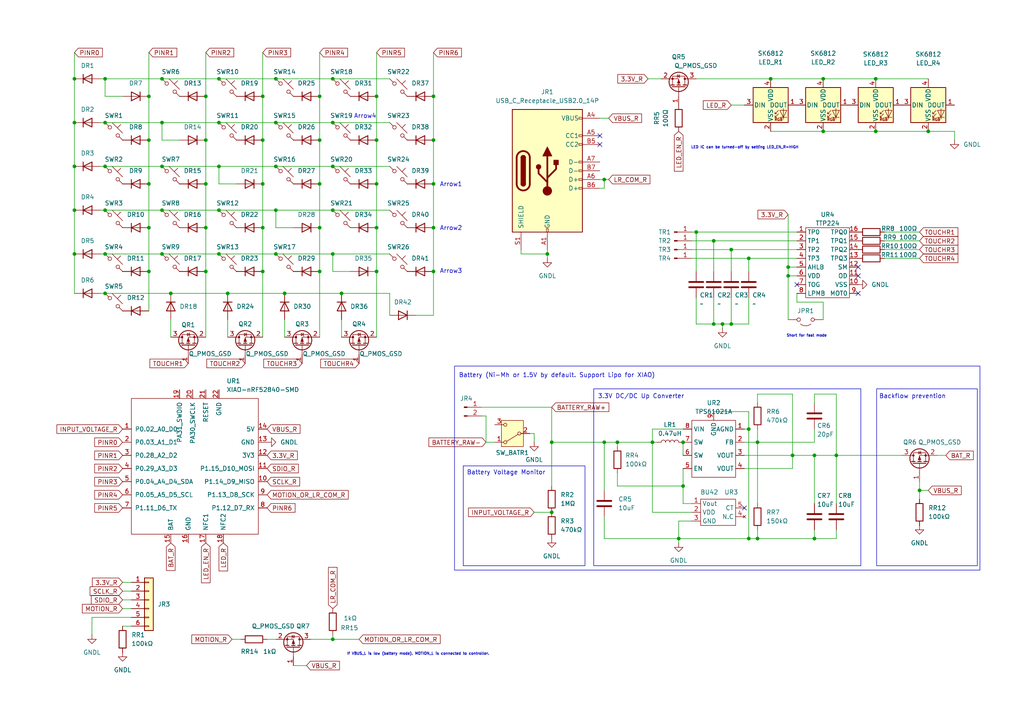
<source format=kicad_sch>
(kicad_sch (version 20231120) (generator "eeschema") (generator_version "8.0")
  (paper "A4")
  (junction (at 212.09 72.39))
  (junction (at 269.24 38.1))
  (junction (at 76.2 66.04))
  (junction (at 66.04 85.09))
  (junction (at 125.73 66.04))
  (junction (at 30.48 48.26))
  (junction (at 43.18 66.04))
  (junction (at 158.75 73.66))
  (junction (at 223.52 22.86))
  (junction (at 219.71 128.27))
  (junction (at 179.07 128.27))
  (junction (at 76.2 27.94))
  (junction (at 198.12 140.97))
  (junction (at 80.01 60.96))
  (junction (at 96.52 73.66))
  (junction (at 219.71 156.21))
  (junction (at 76.2 40.64))
  (junction (at 209.55 93.98))
  (junction (at 43.18 78.74))
  (junction (at 125.73 53.34))
  (junction (at 109.22 66.04))
  (junction (at 175.26 128.27))
  (junction (at 59.69 53.34))
  (junction (at 160.02 128.27))
  (junction (at 21.59 48.26))
  (junction (at 238.76 22.86))
  (junction (at 43.18 53.34))
  (junction (at 125.73 40.64))
  (junction (at 266.7 142.24))
  (junction (at 125.73 27.94))
  (junction (at 76.2 78.74))
  (junction (at 175.26 52.07))
  (junction (at 80.01 48.26))
  (junction (at 92.71 40.64))
  (junction (at 59.69 40.64))
  (junction (at 212.09 93.98))
  (junction (at 96.52 185.42))
  (junction (at 198.12 128.27))
  (junction (at 21.59 22.86))
  (junction (at 160.02 148.59))
  (junction (at 228.6 80.01))
  (junction (at 46.99 35.56))
  (junction (at 254 22.86))
  (junction (at 46.99 60.96))
  (junction (at 80.01 22.86))
  (junction (at 59.69 66.04))
  (junction (at 63.5 48.26))
  (junction (at 254 38.1))
  (junction (at 43.18 27.94))
  (junction (at 207.01 93.98))
  (junction (at 59.69 27.94))
  (junction (at 30.48 60.96))
  (junction (at 96.52 22.86))
  (junction (at 82.55 85.09))
  (junction (at 59.69 78.74))
  (junction (at 109.22 53.34))
  (junction (at 109.22 27.94))
  (junction (at 242.57 132.08))
  (junction (at 99.06 85.09))
  (junction (at 207.01 69.85))
  (junction (at 46.99 48.26))
  (junction (at 92.71 78.74))
  (junction (at 43.18 40.64))
  (junction (at 92.71 66.04))
  (junction (at 30.48 85.09))
  (junction (at 201.93 67.31))
  (junction (at 21.59 73.66))
  (junction (at 63.5 22.86))
  (junction (at 109.22 78.74))
  (junction (at 125.73 78.74))
  (junction (at 96.52 60.96))
  (junction (at 76.2 53.34))
  (junction (at 63.5 60.96))
  (junction (at 236.22 132.08))
  (junction (at 46.99 22.86))
  (junction (at 30.48 22.86))
  (junction (at 80.01 73.66))
  (junction (at 236.22 156.21))
  (junction (at 217.17 124.46))
  (junction (at 63.5 35.56))
  (junction (at 92.71 27.94))
  (junction (at 49.53 85.09))
  (junction (at 228.6 77.47))
  (junction (at 30.48 73.66))
  (junction (at 189.23 128.27))
  (junction (at 63.5 73.66))
  (junction (at 196.85 156.21))
  (junction (at 109.22 40.64))
  (junction (at 238.76 38.1))
  (junction (at 217.17 156.21))
  (junction (at 92.71 53.34))
  (junction (at 229.87 132.08))
  (junction (at 96.52 48.26))
  (junction (at 217.17 74.93))
  (junction (at 21.59 35.56))
  (junction (at 80.01 35.56))
  (junction (at 46.99 73.66))
  (junction (at 96.52 35.56))
  (junction (at 30.48 35.56))
  (junction (at 21.59 60.96))
  (no_connect (at 173.99 39.37))
  (no_connect (at 248.92 80.01))
  (no_connect (at 248.92 85.09))
  (no_connect (at 231.14 82.55))
  (no_connect (at 248.92 77.47))
  (no_connect (at 173.99 41.91))
  (no_connect (at 215.9 147.32))
  (bus_entry (at 577.85 109.22) (size 2.54 2.54))
  (wire (pts (xy 198.12 124.46) (xy 189.23 124.46)))
  (wire (pts (xy 256.54 72.39) (xy 266.7 72.39)))
  (wire (pts (xy 198.12 135.89) (xy 198.12 140.97)))
  (wire (pts (xy 207.01 86.36) (xy 207.01 93.98)))
  (wire (pts (xy 109.22 53.34) (xy 109.22 66.04)))
  (wire (pts (xy 179.07 128.27) (xy 189.23 128.27)))
  (wire (pts (xy 175.26 156.21) (xy 196.85 156.21)))
  (wire (pts (xy 59.69 66.04) (xy 59.69 78.74)))
  (wire (pts (xy 219.71 156.21) (xy 236.22 156.21)))
  (wire (pts (xy 219.71 146.05) (xy 219.71 128.27)))
  (wire (pts (xy 200.66 67.31) (xy 201.93 67.31)))
  (wire (pts (xy 46.99 40.64) (xy 46.99 35.56)))
  (wire (pts (xy 154.94 148.59) (xy 160.02 148.59)))
  (wire (pts (xy 30.48 48.26) (xy 29.21 48.26)))
  (wire (pts (xy 38.1 176.53) (xy 35.56 176.53)))
  (wire (pts (xy 154.94 125.73) (xy 154.94 128.27)))
  (wire (pts (xy 76.2 15.24) (xy 76.2 27.94)))
  (wire (pts (xy 269.24 142.24) (xy 266.7 142.24)))
  (wire (pts (xy 229.87 132.08) (xy 236.22 132.08)))
  (wire (pts (xy 125.73 66.04) (xy 125.73 78.74)))
  (wire (pts (xy 242.57 114.3) (xy 242.57 132.08)))
  (wire (pts (xy 229.87 114.3) (xy 229.87 132.08)))
  (wire (pts (xy 219.71 114.3) (xy 229.87 114.3)))
  (wire (pts (xy 200.66 72.39) (xy 212.09 72.39)))
  (wire (pts (xy 160.02 128.27) (xy 175.26 128.27)))
  (wire (pts (xy 158.75 74.93) (xy 158.75 73.66)))
  (wire (pts (xy 59.69 27.94) (xy 59.69 40.64)))
  (wire (pts (xy 82.55 85.09) (xy 99.06 85.09)))
  (wire (pts (xy 21.59 22.86) (xy 21.59 35.56)))
  (wire (pts (xy 242.57 132.08) (xy 242.57 146.05)))
  (wire (pts (xy 201.93 22.86) (xy 223.52 22.86)))
  (wire (pts (xy 120.65 91.44) (xy 125.73 91.44)))
  (wire (pts (xy 30.48 73.66) (xy 46.99 73.66)))
  (wire (pts (xy 242.57 132.08) (xy 261.62 132.08)))
  (wire (pts (xy 92.71 66.04) (xy 92.71 78.74)))
  (wire (pts (xy 215.9 124.46) (xy 217.17 124.46)))
  (wire (pts (xy 176.53 52.07) (xy 175.26 52.07)))
  (wire (pts (xy 266.7 139.7) (xy 266.7 142.24)))
  (wire (pts (xy 217.17 86.36) (xy 217.17 93.98)))
  (wire (pts (xy 212.09 30.48) (xy 215.9 30.48)))
  (wire (pts (xy 66.04 85.09) (xy 82.55 85.09)))
  (wire (pts (xy 46.99 22.86) (xy 63.5 22.86)))
  (wire (pts (xy 21.59 35.56) (xy 21.59 48.26)))
  (wire (pts (xy 219.71 153.67) (xy 219.71 156.21)))
  (wire (pts (xy 276.86 40.64) (xy 276.86 38.1)))
  (wire (pts (xy 209.55 93.98) (xy 209.55 95.25)))
  (wire (pts (xy 212.09 72.39) (xy 231.14 72.39)))
  (wire (pts (xy 153.67 125.73) (xy 154.94 125.73)))
  (wire (pts (xy 80.01 73.66) (xy 96.52 73.66)))
  (wire (pts (xy 228.6 80.01) (xy 231.14 80.01)))
  (wire (pts (xy 35.56 181.61) (xy 38.1 181.61)))
  (wire (pts (xy 217.17 156.21) (xy 196.85 156.21)))
  (wire (pts (xy 207.01 69.85) (xy 231.14 69.85)))
  (wire (pts (xy 175.26 54.61) (xy 175.26 52.07)))
  (wire (pts (xy 38.1 171.45) (xy 35.56 171.45)))
  (wire (pts (xy 196.85 151.13) (xy 196.85 156.21)))
  (wire (pts (xy 30.48 27.94) (xy 30.48 22.86)))
  (wire (pts (xy 223.52 22.86) (xy 238.76 22.86)))
  (wire (pts (xy 92.71 15.24) (xy 92.71 27.94)))
  (wire (pts (xy 229.87 135.89) (xy 229.87 132.08)))
  (wire (pts (xy 85.09 66.04) (xy 80.01 66.04)))
  (wire (pts (xy 236.22 114.3) (xy 236.22 116.84)))
  (wire (pts (xy 69.85 185.42) (xy 67.31 185.42)))
  (wire (pts (xy 80.01 60.96) (xy 96.52 60.96)))
  (wire (pts (xy 92.71 27.94) (xy 92.71 40.64)))
  (wire (pts (xy 238.76 22.86) (xy 254 22.86)))
  (wire (pts (xy 242.57 156.21) (xy 236.22 156.21)))
  (wire (pts (xy 212.09 72.39) (xy 212.09 78.74)))
  (wire (pts (xy 200.66 74.93) (xy 217.17 74.93)))
  (wire (pts (xy 80.01 35.56) (xy 96.52 35.56)))
  (wire (pts (xy 217.17 119.38) (xy 207.01 119.38)))
  (wire (pts (xy 96.52 35.56) (xy 113.03 35.56)))
  (wire (pts (xy 187.96 22.86) (xy 191.77 22.86)))
  (wire (pts (xy 140.97 120.65) (xy 139.7 120.65)))
  (wire (pts (xy 96.52 185.42) (xy 104.14 185.42)))
  (wire (pts (xy 30.48 48.26) (xy 46.99 48.26)))
  (wire (pts (xy 228.6 77.47) (xy 228.6 80.01)))
  (wire (pts (xy 179.07 137.16) (xy 179.07 140.97)))
  (wire (pts (xy 125.73 27.94) (xy 125.73 40.64)))
  (wire (pts (xy 109.22 40.64) (xy 109.22 53.34)))
  (wire (pts (xy 179.07 140.97) (xy 198.12 140.97)))
  (wire (pts (xy 173.99 54.61) (xy 175.26 54.61)))
  (wire (pts (xy 140.97 128.27) (xy 143.51 128.27)))
  (wire (pts (xy 254 38.1) (xy 269.24 38.1)))
  (wire (pts (xy 198.12 146.05) (xy 200.66 146.05)))
  (wire (pts (xy 21.59 48.26) (xy 21.59 60.96)))
  (wire (pts (xy 63.5 53.34) (xy 63.5 48.26)))
  (wire (pts (xy 59.69 15.24) (xy 59.69 27.94)))
  (wire (pts (xy 125.73 15.24) (xy 125.73 27.94)))
  (wire (pts (xy 26.67 179.07) (xy 38.1 179.07)))
  (wire (pts (xy 160.02 128.27) (xy 160.02 140.97)))
  (wire (pts (xy 76.2 78.74) (xy 76.2 97.79)))
  (wire (pts (xy 76.2 53.34) (xy 76.2 66.04)))
  (wire (pts (xy 228.6 80.01) (xy 228.6 92.71)))
  (wire (pts (xy 256.54 74.93) (xy 266.7 74.93)))
  (wire (pts (xy 217.17 74.93) (xy 217.17 78.74)))
  (wire (pts (xy 276.86 38.1) (xy 269.24 38.1)))
  (wire (pts (xy 63.5 48.26) (xy 80.01 48.26)))
  (wire (pts (xy 175.26 52.07) (xy 173.99 52.07)))
  (wire (pts (xy 217.17 124.46) (xy 217.17 119.38)))
  (wire (pts (xy 63.5 60.96) (xy 80.01 60.96)))
  (wire (pts (xy 238.76 87.63) (xy 238.76 92.71)))
  (wire (pts (xy 30.48 22.86) (xy 29.21 22.86)))
  (wire (pts (xy 96.52 60.96) (xy 113.03 60.96)))
  (wire (pts (xy 80.01 66.04) (xy 80.01 60.96)))
  (wire (pts (xy 151.13 72.39) (xy 151.13 73.66)))
  (wire (pts (xy 215.9 135.89) (xy 229.87 135.89)))
  (wire (pts (xy 76.2 66.04) (xy 76.2 78.74)))
  (wire (pts (xy 46.99 48.26) (xy 63.5 48.26)))
  (wire (pts (xy 29.21 35.56) (xy 30.48 35.56)))
  (wire (pts (xy 242.57 114.3) (xy 236.22 114.3)))
  (wire (pts (xy 96.52 73.66) (xy 113.03 73.66)))
  (wire (pts (xy 59.69 53.34) (xy 59.69 66.04)))
  (wire (pts (xy 125.73 91.44) (xy 125.73 78.74)))
  (wire (pts (xy 30.48 27.94) (xy 35.56 27.94)))
  (wire (pts (xy 201.93 67.31) (xy 231.14 67.31)))
  (wire (pts (xy 96.52 48.26) (xy 113.03 48.26)))
  (wire (pts (xy 236.22 132.08) (xy 242.57 132.08)))
  (wire (pts (xy 68.58 53.34) (xy 63.5 53.34)))
  (wire (pts (xy 96.52 184.15) (xy 96.52 185.42)))
  (wire (pts (xy 231.14 85.09) (xy 231.14 87.63)))
  (wire (pts (xy 29.21 85.09) (xy 30.48 85.09)))
  (wire (pts (xy 201.93 67.31) (xy 201.93 78.74)))
  (wire (pts (xy 29.21 73.66) (xy 30.48 73.66)))
  (wire (pts (xy 228.6 62.23) (xy 228.6 77.47)))
  (wire (pts (xy 109.22 66.04) (xy 109.22 78.74)))
  (wire (pts (xy 38.1 168.91) (xy 35.56 168.91)))
  (wire (pts (xy 207.01 93.98) (xy 209.55 93.98)))
  (wire (pts (xy 113.03 85.09) (xy 99.06 85.09)))
  (wire (pts (xy 189.23 128.27) (xy 190.5 128.27)))
  (wire (pts (xy 125.73 53.34) (xy 125.73 66.04)))
  (wire (pts (xy 43.18 15.24) (xy 43.18 27.94)))
  (wire (pts (xy 109.22 15.24) (xy 109.22 27.94)))
  (wire (pts (xy 21.59 15.24) (xy 21.59 22.86)))
  (wire (pts (xy 231.14 77.47) (xy 228.6 77.47)))
  (wire (pts (xy 76.2 40.64) (xy 76.2 53.34)))
  (wire (pts (xy 92.71 40.64) (xy 92.71 53.34)))
  (wire (pts (xy 266.7 142.24) (xy 266.7 144.78)))
  (wire (pts (xy 99.06 92.71) (xy 99.06 97.79)))
  (wire (pts (xy 189.23 128.27) (xy 189.23 148.59)))
  (wire (pts (xy 88.9 193.04) (xy 85.09 193.04)))
  (wire (pts (xy 80.01 22.86) (xy 96.52 22.86)))
  (wire (pts (xy 46.99 73.66) (xy 63.5 73.66)))
  (wire (pts (xy 21.59 60.96) (xy 21.59 73.66)))
  (wire (pts (xy 49.53 92.71) (xy 49.53 97.79)))
  (wire (pts (xy 215.9 128.27) (xy 219.71 128.27)))
  (wire (pts (xy 30.48 85.09) (xy 49.53 85.09)))
  (wire (pts (xy 236.22 132.08) (xy 236.22 146.05)))
  (wire (pts (xy 219.71 128.27) (xy 236.22 128.27)))
  (wire (pts (xy 140.97 120.65) (xy 140.97 128.27)))
  (wire (pts (xy 76.2 27.94) (xy 76.2 40.64)))
  (wire (pts (xy 63.5 22.86) (xy 80.01 22.86)))
  (wire (pts (xy 30.48 22.86) (xy 46.99 22.86)))
  (wire (pts (xy 231.14 87.63) (xy 238.76 87.63)))
  (wire (pts (xy 254 22.86) (xy 269.24 22.86)))
  (wire (pts (xy 160.02 118.11) (xy 160.02 128.27)))
  (wire (pts (xy 238.76 38.1) (xy 254 38.1)))
  (wire (pts (xy 212.09 93.98) (xy 209.55 93.98)))
  (wire (pts (xy 217.17 74.93) (xy 231.14 74.93)))
  (wire (pts (xy 63.5 35.56) (xy 80.01 35.56)))
  (wire (pts (xy 92.71 78.74) (xy 92.71 97.79)))
  (wire (pts (xy 125.73 40.64) (xy 125.73 53.34)))
  (wire (pts (xy 26.67 179.07) (xy 26.67 184.15)))
  (wire (pts (xy 151.13 73.66) (xy 158.75 73.66)))
  (wire (pts (xy 46.99 60.96) (xy 63.5 60.96)))
  (wire (pts (xy 266.7 69.85) (xy 256.54 69.85)))
  (wire (pts (xy 175.26 149.86) (xy 175.26 156.21)))
  (wire (pts (xy 236.22 156.21) (xy 236.22 153.67)))
  (wire (pts (xy 30.48 35.56) (xy 46.99 35.56)))
  (wire (pts (xy 201.93 86.36) (xy 201.93 93.98)))
  (wire (pts (xy 242.57 153.67) (xy 242.57 156.21)))
  (wire (pts (xy 59.69 40.64) (xy 59.69 53.34)))
  (wire (pts (xy 175.26 128.27) (xy 179.07 128.27)))
  (wire (pts (xy 21.59 73.66) (xy 21.59 85.09)))
  (wire (pts (xy 49.53 85.09) (xy 66.04 85.09)))
  (wire (pts (xy 38.1 173.99) (xy 35.56 173.99)))
  (wire (pts (xy 66.04 92.71) (xy 66.04 97.79)))
  (wire (pts (xy 217.17 93.98) (xy 212.09 93.98)))
  (wire (pts (xy 219.71 124.46) (xy 219.71 128.27)))
  (wire (pts (xy 196.85 151.13) (xy 200.66 151.13)))
  (wire (pts (xy 215.9 132.08) (xy 229.87 132.08)))
  (wire (pts (xy 219.71 114.3) (xy 219.71 116.84)))
  (wire (pts (xy 200.66 69.85) (xy 207.01 69.85)))
  (wire (pts (xy 219.71 156.21) (xy 217.17 156.21)))
  (wire (pts (xy 189.23 124.46) (xy 189.23 128.27)))
  (wire (pts (xy 43.18 66.04) (xy 43.18 78.74)))
  (wire (pts (xy 256.54 67.31) (xy 266.7 67.31)))
  (wire (pts (xy 46.99 35.56) (xy 63.5 35.56)))
  (wire (pts (xy 139.7 118.11) (xy 160.02 118.11)))
  (wire (pts (xy 200.66 148.59) (xy 189.23 148.59)))
  (wire (pts (xy 92.71 53.34) (xy 92.71 66.04)))
  (wire (pts (xy 52.07 40.64) (xy 46.99 40.64)))
  (wire (pts (xy 158.75 73.66) (xy 158.75 72.39)))
  (wire (pts (xy 43.18 40.64) (xy 43.18 53.34)))
  (wire (pts (xy 82.55 92.71) (xy 82.55 97.79)))
  (wire (pts (xy 113.03 91.44) (xy 113.03 85.09)))
  (wire (pts (xy 109.22 27.94) (xy 109.22 40.64)))
  (wire (pts (xy 77.47 185.42) (xy 80.01 185.42)))
  (wire (pts (xy 30.48 60.96) (xy 46.99 60.96)))
  (wire (pts (xy 59.69 78.74) (xy 59.69 97.79)))
  (wire (pts (xy 271.78 132.08) (xy 274.32 132.08)))
  (wire (pts (xy 96.52 78.74) (xy 101.6 78.74)))
  (wire (pts (xy 80.01 48.26) (xy 96.52 48.26)))
  (wire (pts (xy 217.17 124.46) (xy 217.17 156.21)))
  (wire (pts (xy 207.01 69.85) (xy 207.01 78.74)))
  (wire (pts (xy 201.93 93.98) (xy 207.01 93.98)))
  (wire (pts (xy 43.18 27.94) (xy 43.18 40.64)))
  (wire (pts (xy 90.17 185.42) (xy 96.52 185.42)))
  (wire (pts (xy 175.26 128.27) (xy 175.26 142.24)))
  (wire (pts (xy 96.52 22.86) (xy 113.03 22.86)))
  (wire (pts (xy 63.5 73.66) (xy 80.01 73.66)))
  (wire (pts (xy 176.53 34.29) (xy 173.99 34.29)))
  (wire (pts (xy 96.52 73.66) (xy 96.52 78.74)))
  (wire (pts (xy 43.18 53.34) (xy 43.18 66.04)))
  (wire (pts (xy 179.07 129.54) (xy 179.07 128.27)))
  (wire (pts (xy 223.52 38.1) (xy 238.76 38.1)))
  (wire (pts (xy 236.22 128.27) (xy 236.22 124.46)))
  (wire (pts (xy 43.18 78.74) (xy 43.18 90.17)))
  (wire (pts (xy 196.85 156.21) (xy 196.85 157.48)))
  (wire (pts (xy 109.22 78.74) (xy 109.22 97.79)))
  (wire (pts (xy 212.09 86.36) (xy 212.09 93.98)))
  (wire (pts (xy 198.12 140.97) (xy 198.12 146.05)))
  (wire (pts (xy 198.12 128.27) (xy 198.12 132.08)))
  (wire (pts (xy 29.21 60.96) (xy 30.48 60.96)))
  (rectangle (start 134.366 135.128) (end 169.672 164.084))
  (rectangle (start 254.254 112.776) (end 283.464 164.084))
  (rectangle (start 131.826 106.172) (end 284.226 165.354))
  (rectangle (start 172.212 112.776) (end 249.682 164.084))
  (text "If VBUS_L is low (battery mode), MOTION_L is connected to controller." (at 100.584 189.738 0) (effects (font (size 0.762 0.762)) (justify left)))
  (text "Battery (Ni-Mh or 1.5V by default. Support Lipo for XIAO)" (at 161.544 108.966 0) (effects (font (size 1.27 1.27))))
  (text "Arrow1" (at 130.81 53.594 0) (effects (font (size 1.27 1.27))))
  (text "Short for fast mode" (at 228.092 97.028 0) (effects (font (size 0.762 0.762)) (justify left top)))
  (text "Arrow4" (at 105.918 33.782 0) (effects (font (size 1.27 1.27))))
  (text "3.3V DC/DC Up Converter" (at 185.928 115.062 0) (effects (font (size 1.27 1.27))))
  (text "Arrow2" (at 130.81 66.294 0) (effects (font (size 1.27 1.27))))
  (text "Backflow prevention" (at 264.668 115.062 0) (effects (font (size 1.27 1.27))))
  (text "LED IC can be turned-off by setting LED_EN_R=HIGH" (at 200.406 42.418 0) (effects (font (size 0.762 0.762)) (justify left top)))
  (text "Battery Voltage Monitor" (at 146.812 137.16 0) (effects (font (size 1.27 1.27))))
  (text "Arrow3" (at 130.81 78.74 0) (effects (font (size 1.27 1.27))))
  (global_label "3.3V_R" (shape input) (at 35.56 168.91 180) (property "Intersheetrefs" "${INTERSHEET_REFS}" (effects (hide yes))))
  (global_label "TOUCHR3" (shape input) (at 87.63 105.41 180) (property "Intersheetrefs" "${INTERSHEET_REFS}" (effects (hide yes))))
  (global_label "TOUCHR4" (shape input) (at 266.7 74.93 0) (property "Intersheetrefs" "${INTERSHEET_REFS}" (effects (hide yes))))
  (global_label "TOUCHR1" (shape input) (at 54.61 105.41 180) (property "Intersheetrefs" "${INTERSHEET_REFS}" (effects (hide yes))))
  (global_label "SDIO_R" (shape input) (at 35.56 173.99 180) (property "Intersheetrefs" "${INTERSHEET_REFS}" (effects (hide yes))))
  (global_label "PINR5" (shape input) (at 35.56 147.32 180) (property "Intersheetrefs" "${INTERSHEET_REFS}" (effects (hide yes))))
  (global_label "MOTION_OR_LR_COM_R" (shape input) (at 104.14 185.42 0) (property "Intersheetrefs" "${INTERSHEET_REFS}" (effects (hide yes))))
  (global_label "LR_COM_R" (shape input) (at 176.53 52.07 0) (property "Intersheetrefs" "${INTERSHEET_REFS}" (effects (hide yes))))
  (global_label "BATTERY_RAW-" (shape input) (at 140.97 128.27 180) (property "Intersheetrefs" "${INTERSHEET_REFS}" (effects (hide yes))))
  (global_label "TOUCHR2" (shape input) (at 71.12 105.41 180) (property "Intersheetrefs" "${INTERSHEET_REFS}" (effects (hide yes))))
  (global_label "MOTION_R" (shape input) (at 35.56 176.53 180) (property "Intersheetrefs" "${INTERSHEET_REFS}" (effects (hide yes))))
  (global_label "TOUCHR3" (shape input) (at 266.7 72.39 0) (property "Intersheetrefs" "${INTERSHEET_REFS}" (effects (hide yes))))
  (global_label "VBUS_R" (shape input) (at 77.47 124.46 0) (property "Intersheetrefs" "${INTERSHEET_REFS}" (effects (hide yes))))
  (global_label "PINR3" (shape input) (at 76.2 15.24 0) (property "Intersheetrefs" "${INTERSHEET_REFS}" (effects (hide yes))))
  (global_label "SCLK_R" (shape input) (at 77.47 139.7 0) (property "Intersheetrefs" "${INTERSHEET_REFS}" (effects (hide yes))))
  (global_label "PINR5" (shape input) (at 109.22 15.24 0) (property "Intersheetrefs" "${INTERSHEET_REFS}" (effects (hide yes))))
  (global_label "BATTERY_RAW+" (shape input) (at 160.02 118.11 0) (property "Intersheetrefs" "${INTERSHEET_REFS}" (effects (hide yes))))
  (global_label "3.3V_R" (shape input) (at 228.6 62.23 180) (property "Intersheetrefs" "${INTERSHEET_REFS}" (effects (hide yes))))
  (global_label "LR_COM_R" (shape input) (at 96.52 176.53 90) (property "Intersheetrefs" "${INTERSHEET_REFS}" (effects (hide yes))))
  (global_label "3.3V_R" (shape input) (at 77.47 132.08 0) (property "Intersheetrefs" "${INTERSHEET_REFS}" (effects (hide yes))))
  (global_label "LED_EN_R" (shape input) (at 196.85 38.1 270) (property "Intersheetrefs" "${INTERSHEET_REFS}" (effects (hide yes))))
  (global_label "PINR0" (shape input) (at 35.56 128.27 180) (property "Intersheetrefs" "${INTERSHEET_REFS}" (effects (hide yes))))
  (global_label "LED_EN_R" (shape input) (at 59.69 157.48 270) (property "Intersheetrefs" "${INTERSHEET_REFS}" (effects (hide yes))))
  (global_label "SDIO_R" (shape input) (at 77.47 135.89 0) (property "Intersheetrefs" "${INTERSHEET_REFS}" (effects (hide yes))))
  (global_label "PINR0" (shape input) (at 21.59 15.24 0) (property "Intersheetrefs" "${INTERSHEET_REFS}" (effects (hide yes))))
  (global_label "PINR6" (shape input) (at 125.73 15.24 0) (property "Intersheetrefs" "${INTERSHEET_REFS}" (effects (hide yes))))
  (global_label "INPUT_VOLTAGE_R" (shape input) (at 35.56 124.46 180) (property "Intersheetrefs" "${INTERSHEET_REFS}" (effects (hide yes))))
  (global_label "MOTION_R" (shape input) (at 67.31 185.42 180) (property "Intersheetrefs" "${INTERSHEET_REFS}" (effects (hide yes))))
  (global_label "SCLK_R" (shape input) (at 35.56 171.45 180) (property "Intersheetrefs" "${INTERSHEET_REFS}" (effects (hide yes))))
  (global_label "TOUCHR4" (shape input) (at 104.14 105.41 180) (property "Intersheetrefs" "${INTERSHEET_REFS}" (effects (hide yes))))
  (global_label "BAT_R" (shape input) (at 274.32 132.08 0) (property "Intersheetrefs" "${INTERSHEET_REFS}" (effects (hide yes))))
  (global_label "TOUCHR1" (shape input) (at 266.7 67.31 0) (property "Intersheetrefs" "${INTERSHEET_REFS}" (effects (hide yes))))
  (global_label "VBUS_R" (shape input) (at 269.24 142.24 0) (property "Intersheetrefs" "${INTERSHEET_REFS}" (effects (hide yes))))
  (global_label "BAT_R" (shape input) (at 49.53 157.48 270) (property "Intersheetrefs" "${INTERSHEET_REFS}" (effects (hide yes))))
  (global_label "3.3V_R" (shape input) (at 187.96 22.86 180) (property "Intersheetrefs" "${INTERSHEET_REFS}" (effects (hide yes))))
  (global_label "MOTION_OR_LR_COM_R" (shape input) (at 77.47 143.51 0) (property "Intersheetrefs" "${INTERSHEET_REFS}" (effects (hide yes))))
  (global_label "PINR6" (shape input) (at 77.47 147.32 0) (property "Intersheetrefs" "${INTERSHEET_REFS}" (effects (hide yes))))
  (global_label "VBUS_R" (shape input) (at 176.53 34.29 0) (property "Intersheetrefs" "${INTERSHEET_REFS}" (effects (hide yes))))
  (global_label "VBUS_R" (shape input) (at 88.9 193.04 0) (property "Intersheetrefs" "${INTERSHEET_REFS}" (effects (hide yes))))
  (global_label "TOUCHR2" (shape input) (at 266.7 69.85 0) (property "Intersheetrefs" "${INTERSHEET_REFS}" (effects (hide yes))))
  (global_label "PINR1" (shape input) (at 35.56 132.08 180) (property "Intersheetrefs" "${INTERSHEET_REFS}" (effects (hide yes))))
  (global_label "PINR4" (shape input) (at 92.71 15.24 0) (property "Intersheetrefs" "${INTERSHEET_REFS}" (effects (hide yes))))
  (global_label "PINR4" (shape input) (at 35.56 143.51 180) (property "Intersheetrefs" "${INTERSHEET_REFS}" (effects (hide yes))))
  (global_label "INPUT_VOLTAGE_R" (shape input) (at 154.94 148.59 180) (property "Intersheetrefs" "${INTERSHEET_REFS}" (effects (hide yes))))
  (global_label "PINR1" (shape input) (at 43.18 15.24 0) (property "Intersheetrefs" "${INTERSHEET_REFS}" (effects (hide yes))))
  (global_label "LED_R" (shape input) (at 212.09 30.48 180) (property "Intersheetrefs" "${INTERSHEET_REFS}" (effects (hide yes))))
  (global_label "LED_R" (shape input) (at 64.77 157.48 270) (property "Intersheetrefs" "${INTERSHEET_REFS}" (effects (hide yes))))
  (global_label "PINR2" (shape input) (at 35.56 135.89 180) (property "Intersheetrefs" "${INTERSHEET_REFS}" (effects (hide yes))))
  (global_label "PINR3" (shape input) (at 35.56 139.7 180) (property "Intersheetrefs" "${INTERSHEET_REFS}" (effects (hide yes))))
  (global_label "PINR2" (shape input) (at 59.69 15.24 0) (property "Intersheetrefs" "${INTERSHEET_REFS}" (effects (hide yes))))
  (symbol (lib_id "Connector:Conn_01x01_Pin") (at 195.58 69.85 0) (unit 1)
    (property "Reference" "TR2" (at 192.786 69.85 0))
    (property "Value" "Conn_01x01_Pin" (effects (hide yes)))
    (property "Footprint" "MountingHole:MountingHole_2.2mm_M2_Pad" (effects (hide yes)))
    (property "Description" "Generic connector, single row, 01x01, script generated" (effects (hide yes)))
  )
  (symbol (lib_id "Switch:SW_SPDT") (at 148.59 125.73 180) (unit 1)
    (property "Reference" "SW_BATR1" (at 148.59 131.318 0))
    (property "Value" "SW_SPDT" (effects (hide yes)))
    (property "Footprint" "0_kbd_Parts:TGSW_MSK-12D19" (effects (hide yes)))
    (property "Description" "Switch, single pole double throw" (effects (hide yes)))
  )
  (symbol (lib_id "Device:C") (at 175.26 146.05 0) (unit 1)
    (property "Reference" "CR5" (at 179.324 144.78 0) (effects (justify left)))
    (property "Value" "10uF" (at 179.324 147.32 0) (effects (justify left)))
    (property "Footprint" "Capacitor_SMD:C_0805_2012Metric" (effects (hide yes)))
    (property "Description" "Unpolarized capacitor" (effects (hide yes)))
    (property "LCSC" "C15850" (effects (hide yes)))
  )
  (symbol (lib_id "Device:D") (at 88.9 53.34 0) (unit 1)
    (property "Reference" "DR27" (at 88.9 49.53 0))
    (property "Value" "D" (effects (hide yes)))
    (property "Footprint" "Diode_SMD:D_SOD-123" (effects (hide yes)))
    (property "Description" "Diode" (effects (hide yes)))
    (property "Sim.Device" "D" (effects (hide yes)))
    (property "Sim.Pins" "1=K 2=A" (effects (hide yes)))
    (property "LCSC" "C81598" (effects (hide yes)))
  )
  (symbol (lib_id "Device:C") (at 201.93 82.55 0) (unit 1)
    (property "Reference" "CR1" (at 202.946 85.598 0) (effects (justify left)))
    (property "Value" "~" (at 202.946 88.138 0) (effects (justify left)))
    (property "Footprint" "Capacitor_SMD:C_0805_2012Metric" (effects (hide yes)))
    (property "Description" "Unpolarized capacitor" (effects (hide yes)))
  )
  (symbol (lib_id "Connector:Conn_01x01_Pin") (at 195.58 74.93 0) (unit 1)
    (property "Reference" "TR4" (at 192.786 74.93 0))
    (property "Value" "Conn_01x01_Pin" (effects (hide yes)))
    (property "Footprint" "Connector_Wire:SolderWirePad_1x01_SMD_1x2mm" (effects (hide yes)))
    (property "Description" "Generic connector, single row, 01x01, script generated" (effects (hide yes)))
  )
  (symbol (lib_id "Switch:SW_Push_45deg") (at 49.53 50.8 0) (unit 1)
    (property "Reference" "SWR7" (at 49.53 46.228 0))
    (property "Value" "SW_Push_45deg" (effects (hide yes)))
    (property "Footprint" "0_dya-kbd:Kailh-PG1353-Hotswap-1U" (effects (hide yes)))
    (property "Description" "Push button switch, normally open, two pins, 45° tilted" (effects (hide yes)))
    (property "LCSC" "C5333465" (effects (hide yes)))
  )
  (symbol (lib_id "Connector_Generic:Conn_01x06") (at 43.18 173.99 0) (unit 1)
    (property "Reference" "JR3" (at 45.72 175.2599 0) (effects (justify left)))
    (property "Value" "Conn_01x04" (effects (hide yes)))
    (property "Footprint" "0_dya-kbd:JUSHUO-AFH34-S06FIA-1H" (effects (hide yes)))
    (property "Description" "Generic connector, single row, 01x06, script generated (kicad-library-utils/schlib/autogen/connector/)" (effects (hide yes)))
    (property "LCSC" "C5139821" (effects (hide yes)))
  )
  (symbol (lib_id "Device:D") (at 121.92 66.04 0) (unit 1)
    (property "Reference" "DR40" (at 121.92 62.23 0))
    (property "Value" "D" (effects (hide yes)))
    (property "Footprint" "Diode_SMD:D_SOD-123" (effects (hide yes)))
    (property "Description" "Diode" (effects (hide yes)))
    (property "Sim.Device" "D" (effects (hide yes)))
    (property "Sim.Pins" "1=K 2=A" (effects (hide yes)))
    (property "LCSC" "C81598" (effects (hide yes)))
  )
  (symbol (lib_id "0_dya-kbd:BU42") (at 208.28 148.59 0) (unit 1)
    (property "Reference" "UR3" (at 212.09 142.748 0))
    (property "Value" "BU42" (at 205.74 142.748 0))
    (property "Footprint" "0_dya-kbd:BU42XX" (effects (hide yes)))
    (property "Datasheet" "https://jlcpcb.com/parts/componentSearch?searchTxt=BU4210G-TR" (effects (hide yes)))
    (property "LCSC" "C2066584" (effects (hide yes)))
  )
  (symbol (lib_id "Switch:SW_Push_45deg") (at 33.02 50.8 0) (unit 1)
    (property "Reference" "SWR2" (at 33.02 46.228 0))
    (property "Value" "SW_Push_45deg" (effects (hide yes)))
    (property "Footprint" "0_dya-kbd:Kailh-PG1353-Hotswap-1U" (effects (hide yes)))
    (property "Description" "Push button switch, normally open, two pins, 45° tilted" (effects (hide yes)))
    (property "LCSC" "C5333465" (effects (hide yes)))
  )
  (symbol (lib_id "Jumper:Jumper_2_Open") (at 233.68 92.71 180) (unit 1) (exclude_from_sim yes)
    (property "Reference" "JPR1" (at 233.68 90.17 0))
    (property "Value" "Jumper_2_Open" (effects (hide yes)))
    (property "Footprint" "Jumper:SolderJumper-2_P1.3mm_Open_RoundedPad1.0x1.5mm" (effects (hide yes)))
    (property "Description" "Jumper, 2-pole, open" (effects (hide yes)))
  )
  (symbol (lib_id "Device:R") (at 196.85 34.29 180) (unit 1)
    (property "Reference" "RR5" (at 190.5 34.29 90))
    (property "Value" "100Ω" (at 193.04 34.29 90))
    (property "Footprint" "Resistor_SMD:R_0805_2012Metric" (effects (hide yes)))
    (property "Description" "Resistor" (effects (hide yes)))
    (property "LCSC" "C17408" (effects (hide yes)))
  )
  (symbol (lib_id "Switch:SW_Push_45deg") (at 33.02 63.5 0) (unit 1)
    (property "Reference" "SWR3" (at 33.02 58.928 0))
    (property "Value" "SW_Push_45deg" (effects (hide yes)))
    (property "Footprint" "0_dya-kbd:Kailh-PG1353-Hotswap-1U" (effects (hide yes)))
    (property "Description" "Push button switch, normally open, two pins, 45° tilted" (effects (hide yes)))
    (property "LCSC" "C5333465" (effects (hide yes)))
  )
  (symbol (lib_id "Device:D") (at 39.37 27.94 180) (unit 1)
    (property "Reference" "DR7" (at 39.37 24.13 0))
    (property "Value" "D" (effects (hide yes)))
    (property "Footprint" "Diode_SMD:D_SOD-123" (effects (hide yes)))
    (property "Description" "Diode" (effects (hide yes)))
    (property "Sim.Device" "D" (effects (hide yes)))
    (property "Sim.Pins" "1=K 2=A" (effects (hide yes)))
    (property "LCSC" "C81598" (effects (hide yes)))
  )
  (symbol (lib_id "Device:Q_PMOS_GSD") (at 266.7 134.62 90) (unit 1)
    (property "Reference" "QR6" (at 263.906 128.27 90))
    (property "Value" "Q_PMOS_GSD" (at 272.542 128.27 90))
    (property "Footprint" "Package_TO_SOT_SMD:SOT-23" (effects (hide yes)))
    (property "Description" "P-MOSFET transistor, gate/source/drain" (effects (hide yes)))
    (property "LCSC" "C15127" (effects (hide yes)))
  )
  (symbol (lib_id "power:GND") (at 35.56 189.23 0) (unit 1)
    (property "Reference" "#GNDR012" (effects (hide yes)))
    (property "Value" "GNDL" (at 35.56 194.31 0))
    (property "Description" "Power symbol creates a global label with name \"GND\" , ground" (effects (hide yes)))
  )
  (symbol (lib_id "Device:R") (at 35.56 185.42 180) (unit 1)
    (property "Reference" "RR1" (at 38.1 184.1499 0) (effects (justify right)))
    (property "Value" "100kΩ" (at 38.1 186.6899 0) (effects (justify right)))
    (property "Footprint" "Resistor_SMD:R_0805_2012Metric" (effects (hide yes)))
    (property "Description" "Resistor" (effects (hide yes)))
    (property "LCSC" "C149504" (effects (hide yes)))
  )
  (symbol (lib_id "Device:C") (at 212.09 82.55 0) (unit 1)
    (property "Reference" "CR3" (at 213.106 85.598 0) (effects (justify left)))
    (property "Value" "~" (at 213.106 88.138 0) (effects (justify left)))
    (property "Footprint" "Capacitor_SMD:C_0805_2012Metric" (effects (hide yes)))
    (property "Description" "Unpolarized capacitor" (effects (hide yes)))
  )
  (symbol (lib_id "Device:C") (at 236.22 149.86 0) (unit 1)
    (property "Reference" "CR7" (at 236.982 143.764 0) (effects (justify left)))
    (property "Value" "10uF" (at 236.982 146.304 0) (effects (justify left)))
    (property "Footprint" "Capacitor_SMD:C_0805_2012Metric" (effects (hide yes)))
    (property "Description" "Unpolarized capacitor" (effects (hide yes)))
    (property "LCSC" "C15850" (effects (hide yes)))
  )
  (symbol (lib_id "LED:SK6812MINI") (at 238.76 30.48 0) (unit 1)
    (property "Reference" "LED_R2" (at 238.76 18.034 0))
    (property "Value" "SK6812" (at 238.76 15.494 0))
    (property "Footprint" "0_dya-kbd:LED_SK6812MINI-E_BL" (effects (hide yes)))
    (property "Datasheet" "https://cdn-shop.adafruit.com/product-files/2686/SK6812MINI_REV.01-1-2.pdf" (effects (hide yes)))
    (property "Description" "RGB LED with integrated controller" (effects (hide yes)))
    (property "LCSC" "C5149201" (effects (hide yes)))
  )
  (symbol (lib_id "Device:D") (at 55.88 40.64 180) (unit 1)
    (property "Reference" "DR14" (at 55.88 36.83 0))
    (property "Value" "D" (effects (hide yes)))
    (property "Footprint" "Diode_SMD:D_SOD-123" (effects (hide yes)))
    (property "Description" "Diode" (effects (hide yes)))
    (property "Sim.Device" "D" (effects (hide yes)))
    (property "Sim.Pins" "1=K 2=A" (effects (hide yes)))
    (property "LCSC" "C81598" (effects (hide yes)))
  )
  (symbol (lib_id "Switch:SW_Push_45deg") (at 82.55 50.8 0) (unit 1)
    (property "Reference" "SWR16" (at 82.55 46.228 0))
    (property "Value" "SW_Push_45deg" (effects (hide yes)))
    (property "Footprint" "0_dya-kbd:Kailh-PG1353-Hotswap-1U" (effects (hide yes)))
    (property "Description" "Push button switch, normally open, two pins, 45° tilted" (effects (hide yes)))
    (property "LCSC" "C5333465" (effects (hide yes)))
  )
  (symbol (lib_id "Device:R") (at 266.7 148.59 0) (unit 1)
    (property "Reference" "RR12" (at 269.24 147.3199 0) (effects (justify left)))
    (property "Value" "100kΩ" (at 269.24 149.8599 0) (effects (justify left)))
    (property "Footprint" "Resistor_SMD:R_0805_2012Metric" (effects (hide yes)))
    (property "Description" "Resistor" (effects (hide yes)))
    (property "LCSC" "C149504" (effects (hide yes)))
  )
  (symbol (lib_id "Switch:SW_Push_45deg") (at 82.55 25.4 0) (unit 1)
    (property "Reference" "SWR14" (at 82.55 20.828 0))
    (property "Value" "SW_Push_45deg" (effects (hide yes)))
    (property "Footprint" "0_dya-kbd:Kailh-PG1353-Hotswap-1U" (effects (hide yes)))
    (property "Description" "Push button switch, normally open, two pins, 45° tilted" (effects (hide yes)))
    (property "LCSC" "C5333465" (effects (hide yes)))
  )
  (symbol (lib_id "Device:R") (at 252.73 72.39 270) (unit 1)
    (property "Reference" "RR10" (at 258.064 71.374 90))
    (property "Value" "100Ω" (at 263.398 71.374 90))
    (property "Footprint" "Resistor_SMD:R_0805_2012Metric" (effects (hide yes)))
    (property "Description" "Resistor" (effects (hide yes)))
    (property "LCSC" "C17408" (effects (hide yes)))
  )
  (symbol (lib_id "Connector:Conn_01x01_Pin") (at 195.58 67.31 0) (unit 1)
    (property "Reference" "TR1" (at 192.786 67.31 0))
    (property "Value" "Conn_01x01_Pin" (effects (hide yes)))
    (property "Footprint" "MountingHole:MountingHole_2.2mm_M2_Pad" (effects (hide yes)))
    (property "Description" "Generic connector, single row, 01x01, script generated" (effects (hide yes)))
  )
  (symbol (lib_id "Device:D") (at 105.41 78.74 180) (unit 1)
    (property "Reference" "DR35" (at 105.41 74.93 0))
    (property "Value" "D" (effects (hide yes)))
    (property "Footprint" "Diode_SMD:D_SOD-123" (effects (hide yes)))
    (property "Description" "Diode" (effects (hide yes)))
    (property "Sim.Device" "D" (effects (hide yes)))
    (property "Sim.Pins" "1=K 2=A" (effects (hide yes)))
    (property "LCSC" "C81598" (effects (hide yes)))
  )
  (symbol (lib_id "Switch:SW_Push_45deg") (at 115.57 50.8 0) (unit 1)
    (property "Reference" "SWR24" (at 115.57 46.228 0))
    (property "Value" "SW_Push_45deg" (effects (hide yes)))
    (property "Footprint" "0_dya-kbd:Soft-sw-push-C4817" (effects (hide yes)))
    (property "Description" "Push button switch, normally open, two pins, 45° tilted" (effects (hide yes)))
  )
  (symbol (lib_id "power:GND") (at 276.86 40.64 0) (unit 1)
    (property "Reference" "#GNDR09" (effects (hide yes)))
    (property "Value" "GNDL" (at 279.4 41.9099 0) (effects (justify left)))
    (property "Description" "Power symbol creates a global label with name \"GND\" , ground" (effects (hide yes)))
  )
  (symbol (lib_id "Device:D") (at 39.37 40.64 0) (unit 1)
    (property "Reference" "DR8" (at 39.37 36.83 0))
    (property "Value" "D" (effects (hide yes)))
    (property "Footprint" "Diode_SMD:D_SOD-123" (effects (hide yes)))
    (property "Description" "Diode" (effects (hide yes)))
    (property "Sim.Device" "D" (effects (hide yes)))
    (property "Sim.Pins" "1=K 2=A" (effects (hide yes)))
    (property "LCSC" "C81598" (effects (hide yes)))
  )
  (symbol (lib_id "Switch:SW_Push_45deg") (at 99.06 25.4 0) (unit 1)
    (property "Reference" "SWR18" (at 99.06 20.828 0))
    (property "Value" "SW_Push_45deg" (effects (hide yes)))
    (property "Footprint" "0_dya-kbd:Kailh-PG1353-Hotswap-1U" (effects (hide yes)))
    (property "Description" "Push button switch, normally open, two pins, 45° tilted" (effects (hide yes)))
    (property "LCSC" "C5333465" (effects (hide yes)))
  )
  (symbol (lib_id "Device:R") (at 219.71 149.86 0) (unit 1)
    (property "Reference" "RR7" (at 222.25 148.5899 0) (effects (justify left)))
    (property "Value" "150kΩ" (at 222.25 151.1299 0) (effects (justify left)))
    (property "Footprint" "Resistor_SMD:R_0805_2012Metric" (effects (hide yes)))
    (property "Description" "Resistor" (effects (hide yes)))
    (property "LCSC" "C17470" (effects (hide yes)))
  )
  (symbol (lib_id "Device:R") (at 160.02 144.78 0) (unit 1)
    (property "Reference" "RR2" (at 162.56 143.5099 0) (effects (justify left)))
    (property "Value" "1MΩ" (at 162.56 146.0499 0) (effects (justify left)))
    (property "Footprint" "Resistor_SMD:R_0805_2012Metric" (effects (hide yes)))
    (property "Description" "Resistor" (effects (hide yes)))
    (property "LCSC" "C17514" (effects (hide yes)))
  )
  (symbol (lib_id "Switch:SW_Push_45deg") (at 115.57 76.2 0) (unit 1)
    (property "Reference" "SWR26" (at 115.57 71.628 0))
    (property "Value" "SW_Push_45deg" (effects (hide yes)))
    (property "Footprint" "0_dya-kbd:Soft-sw-push-C4817" (effects (hide yes)))
    (property "Description" "Push button switch, normally open, two pins, 45° tilted" (effects (hide yes)))
  )
  (symbol (lib_id "Device:R") (at 160.02 152.4 0) (unit 1)
    (property "Reference" "RR3" (at 162.56 151.1299 0) (effects (justify left)))
    (property "Value" "470kΩ" (at 162.56 153.6699 0) (effects (justify left)))
    (property "Footprint" "Resistor_SMD:R_0805_2012Metric" (effects (hide yes)))
    (property "Description" "Resistor" (effects (hide yes)))
    (property "LCSC" "C17709" (effects (hide yes)))
  )
  (symbol (lib_id "Device:C") (at 236.22 120.65 0) (unit 1)
    (property "Reference" "CR6" (at 236.982 123.444 0) (effects (justify left)))
    (property "Value" "20pF" (at 236.982 125.984 0) (effects (justify left)))
    (property "Footprint" "Capacitor_SMD:C_0805_2012Metric" (effects (hide yes)))
    (property "Description" "Unpolarized capacitor" (effects (hide yes)))
    (property "LCSC" "C1798" (effects (hide yes)))
  )
  (symbol (lib_id "Device:D") (at 72.39 27.94 0) (unit 1)
    (property "Reference" "DR19" (at 72.39 24.13 0))
    (property "Value" "D" (effects (hide yes)))
    (property "Footprint" "Diode_SMD:D_SOD-123" (effects (hide yes)))
    (property "Description" "Diode" (effects (hide yes)))
    (property "Sim.Device" "D" (effects (hide yes)))
    (property "Sim.Pins" "1=K 2=A" (effects (hide yes)))
    (property "LCSC" "C81598" (effects (hide yes)))
  )
  (symbol (lib_id "Device:D") (at 55.88 53.34 0) (unit 1)
    (property "Reference" "DR15" (at 55.88 49.53 0))
    (property "Value" "D" (effects (hide yes)))
    (property "Footprint" "Diode_SMD:D_SOD-123" (effects (hide yes)))
    (property "Description" "Diode" (effects (hide yes)))
    (property "Sim.Device" "D" (effects (hide yes)))
    (property "Sim.Pins" "1=K 2=A" (effects (hide yes)))
    (property "LCSC" "C81598" (effects (hide yes)))
  )
  (symbol (lib_id "Device:R") (at 219.71 120.65 0) (unit 1)
    (property "Reference" "RR6" (at 222.25 119.3799 0) (effects (justify left)))
    (property "Value" "470kΩ" (at 222.25 121.9199 0) (effects (justify left)))
    (property "Footprint" "Resistor_SMD:R_0805_2012Metric" (effects (hide yes)))
    (property "Description" "Resistor" (effects (hide yes)))
    (property "LCSC" "C17709" (effects (hide yes)))
  )
  (symbol (lib_id "Device:R") (at 73.66 185.42 270) (unit 1)
    (property "Reference" "RR14" (at 72.39 188.976 90))
    (property "Value" "1kΩ" (at 78.232 188.976 90))
    (property "Footprint" "Resistor_SMD:R_0805_2012Metric" (effects (hide yes)))
    (property "Description" "Resistor" (effects (hide yes)))
    (property "LCSC" "C17513" (effects (hide yes)))
  )
  (symbol (lib_id "Device:D") (at 49.53 88.9 270) (unit 1)
    (property "Reference" "DR18" (at 52.07 88.8999 90) (effects (justify left)))
    (property "Value" "D" (effects (hide yes)))
    (property "Footprint" "Diode_SMD:D_SOD-123" (effects (hide yes)))
    (property "Description" "Diode" (effects (hide yes)))
    (property "Sim.Device" "D" (effects (hide yes)))
    (property "Sim.Pins" "1=K 2=A" (effects (hide yes)))
    (property "LCSC" "C81598" (effects (hide yes)))
  )
  (symbol (lib_id "0_Seeed_Studio_XIAO_Series:XIAO-nRF52840-SMD") (at 57.15 135.89 0) (unit 1)
    (property "Reference" "UR1" (at 65.6941 110.49 0) (effects (justify left)))
    (property "Value" "XIAO-nRF52840-SMD" (at 65.6941 113.03 0) (effects (justify left)))
    (property "Footprint" "0_dya-kbd:XIAO-nRF52840-SMD" (effects (hide yes)))
  )
  (symbol (lib_id "Device:D") (at 72.39 66.04 0) (unit 1)
    (property "Reference" "DR22" (at 72.39 62.23 0))
    (property "Value" "D" (effects (hide yes)))
    (property "Footprint" "Diode_SMD:D_SOD-123" (effects (hide yes)))
    (property "Description" "Diode" (effects (hide yes)))
    (property "Sim.Device" "D" (effects (hide yes)))
    (property "Sim.Pins" "1=K 2=A" (effects (hide yes)))
    (property "LCSC" "C81598" (effects (hide yes)))
  )
  (symbol (lib_id "Switch:SW_Push_45deg") (at 66.04 63.5 0) (unit 1)
    (property "Reference" "SWR12" (at 66.04 58.928 0))
    (property "Value" "SW_Push_45deg" (effects (hide yes)))
    (property "Footprint" "0_dya-kbd:Kailh-PG1353-Hotswap-1U" (effects (hide yes)))
    (property "Description" "Push button switch, normally open, two pins, 45° tilted" (effects (hide yes)))
    (property "LCSC" "C5333465" (effects (hide yes)))
  )
  (symbol (lib_id "Device:D") (at 121.92 78.74 0) (unit 1)
    (property "Reference" "DR41" (at 121.92 74.93 0))
    (property "Value" "D" (effects (hide yes)))
    (property "Footprint" "Diode_SMD:D_SOD-123" (effects (hide yes)))
    (property "Description" "Diode" (effects (hide yes)))
    (property "Sim.Device" "D" (effects (hide yes)))
    (property "Sim.Pins" "1=K 2=A" (effects (hide yes)))
    (property "LCSC" "C81598" (effects (hide yes)))
  )
  (symbol (lib_id "Device:Q_PMOS_GSD") (at 54.61 100.33 90) (unit 1)
    (property "Reference" "QR1" (at 54.61 94.234 90))
    (property "Value" "Q_PMOS_GSD" (at 60.96 102.616 90))
    (property "Footprint" "Package_TO_SOT_SMD:SOT-23" (effects (hide yes)))
    (property "Description" "P-MOSFET transistor, gate/source/drain" (effects (hide yes)))
    (property "LCSC" "C15127" (effects (hide yes)))
  )
  (symbol (lib_id "Device:R") (at 252.73 74.93 270) (unit 1)
    (property "Reference" "RR11" (at 258.064 73.914 90))
    (property "Value" "100Ω" (at 263.398 73.914 90))
    (property "Footprint" "Resistor_SMD:R_0805_2012Metric" (effects (hide yes)))
    (property "Description" "Resistor" (effects (hide yes)))
    (property "LCSC" "C17408" (effects (hide yes)))
  )
  (symbol (lib_id "Switch:SW_Push_45deg") (at 49.53 63.5 0) (unit 1)
    (property "Reference" "SWR8" (at 49.53 58.928 0))
    (property "Value" "SW_Push_45deg" (effects (hide yes)))
    (property "Footprint" "0_dya-kbd:Kailh-PG1353-Hotswap-1U" (effects (hide yes)))
    (property "Description" "Push button switch, normally open, two pins, 45° tilted" (effects (hide yes)))
    (property "LCSC" "C5333465" (effects (hide yes)))
  )
  (symbol (lib_id "Switch:SW_Push_45deg") (at 99.06 50.8 0) (unit 1)
    (property "Reference" "SWR20" (at 99.06 46.228 0))
    (property "Value" "SW_Push_45deg" (effects (hide yes)))
    (property "Footprint" "0_dya-kbd:Kailh-PG1353-Hotswap-1U" (effects (hide yes)))
    (property "Description" "Push button switch, normally open, two pins, 45° tilted" (effects (hide yes)))
    (property "LCSC" "C5333465" (effects (hide yes)))
  )
  (symbol (lib_id "Device:D") (at 25.4 48.26 0) (unit 1)
    (property "Reference" "DR3" (at 25.4 44.45 0))
    (property "Value" "D" (effects (hide yes)))
    (property "Footprint" "Diode_SMD:D_SOD-123" (effects (hide yes)))
    (property "Description" "Diode" (effects (hide yes)))
    (property "Sim.Device" "D" (effects (hide yes)))
    (property "Sim.Pins" "1=K 2=A" (effects (hide yes)))
    (property "LCSC" "C81598" (effects (hide yes)))
  )
  (symbol (lib_id "power:GND") (at 160.02 156.21 0) (unit 1)
    (property "Reference" "#GNDR04" (effects (hide yes)))
    (property "Value" "GNDL" (at 160.02 161.29 0))
    (property "Description" "Power symbol creates a global label with name \"GND\" , ground" (effects (hide yes)))
  )
  (symbol (lib_id "Device:D") (at 55.88 78.74 0) (unit 1)
    (property "Reference" "DR17" (at 55.88 74.93 0))
    (property "Value" "D" (effects (hide yes)))
    (property "Footprint" "Diode_SMD:D_SOD-123" (effects (hide yes)))
    (property "Description" "Diode" (effects (hide yes)))
    (property "Sim.Device" "D" (effects (hide yes)))
    (property "Sim.Pins" "1=K 2=A" (effects (hide yes)))
    (property "LCSC" "C81598" (effects (hide yes)))
  )
  (symbol (lib_id "Device:D") (at 25.4 35.56 0) (unit 1)
    (property "Reference" "DR2" (at 25.4 31.75 0))
    (property "Value" "D" (effects (hide yes)))
    (property "Footprint" "Diode_SMD:D_SOD-123" (effects (hide yes)))
    (property "Description" "Diode" (effects (hide yes)))
    (property "Sim.Device" "D" (effects (hide yes)))
    (property "Sim.Pins" "1=K 2=A" (effects (hide yes)))
    (property "LCSC" "C81598" (effects (hide yes)))
  )
  (symbol (lib_id "Switch:SW_Push_45deg") (at 82.55 38.1 0) (unit 1)
    (property "Reference" "SWR15" (at 82.55 33.528 0))
    (property "Value" "SW_Push_45deg" (effects (hide yes)))
    (property "Footprint" "0_dya-kbd:Kailh-PG1353-Hotswap-1U" (effects (hide yes)))
    (property "Description" "Push button switch, normally open, two pins, 45° tilted" (effects (hide yes)))
    (property "LCSC" "C5333465" (effects (hide yes)))
  )
  (symbol (lib_id "power:GND") (at 26.67 184.15 0) (unit 1)
    (property "Reference" "#GNDR02" (effects (hide yes)))
    (property "Value" "GNDL" (at 26.67 189.23 0))
    (property "Description" "Power symbol creates a global label with name \"GND\" , ground" (effects (hide yes)))
  )
  (symbol (lib_id "Device:R") (at 179.07 133.35 180) (unit 1)
    (property "Reference" "RR4" (at 181.356 132.08 0) (effects (justify right)))
    (property "Value" "100kΩ" (at 181.356 134.62 0) (effects (justify right)))
    (property "Footprint" "Resistor_SMD:R_0805_2012Metric" (effects (hide yes)))
    (property "Description" "Resistor" (effects (hide yes)))
    (property "LCSC" "C149504" (effects (hide yes)))
  )
  (symbol (lib_id "Device:L") (at 194.31 128.27 90) (unit 1)
    (property "Reference" "LR1" (at 194.31 123.19 90))
    (property "Value" "0.47uH" (at 194.31 125.73 90))
    (property "Footprint" "Inductor_SMD:L_1008_2520Metric" (effects (hide yes)))
    (property "Datasheet" "MEKK2520TR47M" (effects (hide yes)))
    (property "Description" "Inductor" (effects (hide yes)))
    (property "LCSC" "C519277" (effects (hide yes)))
  )
  (symbol (lib_id "Switch:SW_Push_45deg") (at 33.02 38.1 0) (unit 1)
    (property "Reference" "SWR1" (at 33.02 33.528 0))
    (property "Value" "SW_Push_45deg" (effects (hide yes)))
    (property "Footprint" "0_dya-kbd:Kailh-PG1353-Hotswap-1U" (effects (hide yes)))
    (property "Description" "Push button switch, normally open, two pins, 45° tilted" (effects (hide yes)))
    (property "LCSC" "C5333465" (effects (hide yes)))
  )
  (symbol (lib_id "Device:D") (at 25.4 60.96 0) (unit 1)
    (property "Reference" "DR4" (at 25.4 57.15 0))
    (property "Value" "D" (effects (hide yes)))
    (property "Footprint" "Diode_SMD:D_SOD-123" (effects (hide yes)))
    (property "Description" "Diode" (effects (hide yes)))
    (property "Sim.Device" "D" (effects (hide yes)))
    (property "Sim.Pins" "1=K 2=A" (effects (hide yes)))
    (property "LCSC" "C81598" (effects (hide yes)))
  )
  (symbol (lib_id "Switch:SW_Push_45deg") (at 33.02 76.2 0) (unit 1)
    (property "Reference" "SWR4" (at 33.02 71.628 0))
    (property "Value" "SW_Push_45deg" (effects (hide yes)))
    (property "Footprint" "0_dya-kbd:Kailh-PG1353-Hotswap-1U" (effects (hide yes)))
    (property "Description" "Push button switch, normally open, two pins, 45° tilted" (effects (hide yes)))
    (property "LCSC" "C5333465" (effects (hide yes)))
  )
  (symbol (lib_id "Device:D") (at 55.88 27.94 0) (unit 1)
    (property "Reference" "DR13" (at 55.88 24.13 0))
    (property "Value" "D" (effects (hide yes)))
    (property "Footprint" "Diode_SMD:D_SOD-123" (effects (hide yes)))
    (property "Description" "Diode" (effects (hide yes)))
    (property "Sim.Device" "D" (effects (hide yes)))
    (property "Sim.Pins" "1=K 2=A" (effects (hide yes)))
    (property "LCSC" "C81598" (effects (hide yes)))
  )
  (symbol (lib_id "LED:SK6812MINI") (at 223.52 30.48 0) (unit 1)
    (property "Reference" "LED_R1" (at 223.52 18.034 0))
    (property "Value" "SK6812" (at 223.52 15.494 0))
    (property "Footprint" "0_dya-kbd:LED_SK6812MINI-E_BL" (effects (hide yes)))
    (property "Datasheet" "https://cdn-shop.adafruit.com/product-files/2686/SK6812MINI_REV.01-1-2.pdf" (effects (hide yes)))
    (property "Description" "RGB LED with integrated controller" (effects (hide yes)))
    (property "LCSC" "C5149201" (effects (hide yes)))
  )
  (symbol (lib_id "Device:D") (at 39.37 53.34 0) (unit 1)
    (property "Reference" "DR9" (at 39.37 49.53 0))
    (property "Value" "D" (effects (hide yes)))
    (property "Footprint" "Diode_SMD:D_SOD-123" (effects (hide yes)))
    (property "Description" "Diode" (effects (hide yes)))
    (property "Sim.Device" "D" (effects (hide yes)))
    (property "Sim.Pins" "1=K 2=A" (effects (hide yes)))
    (property "LCSC" "C81598" (effects (hide yes)))
  )
  (symbol (lib_id "Device:D") (at 121.92 27.94 0) (unit 1)
    (property "Reference" "DR37" (at 121.92 24.13 0))
    (property "Value" "D" (effects (hide yes)))
    (property "Footprint" "Diode_SMD:D_SOD-123" (effects (hide yes)))
    (property "Description" "Diode" (effects (hide yes)))
    (property "Sim.Device" "D" (effects (hide yes)))
    (property "Sim.Pins" "1=K 2=A" (effects (hide yes)))
    (property "LCSC" "C81598" (effects (hide yes)))
  )
  (symbol (lib_id "Device:Q_PMOS_GSD") (at 104.14 100.33 90) (unit 1)
    (property "Reference" "QR4" (at 104.14 93.98 90))
    (property "Value" "Q_PMOS_GSD" (at 110.49 102.616 90))
    (property "Footprint" "Package_TO_SOT_SMD:SOT-23" (effects (hide yes)))
    (property "Description" "P-MOSFET transistor, gate/source/drain" (effects (hide yes)))
    (property "LCSC" "C15127" (effects (hide yes)))
  )
  (symbol (lib_id "Device:D") (at 25.4 22.86 0) (unit 1)
    (property "Reference" "DR1" (at 25.4 19.05 0))
    (property "Value" "D" (effects (hide yes)))
    (property "Footprint" "Diode_SMD:D_SOD-123" (effects (hide yes)))
    (property "Description" "Diode" (effects (hide yes)))
    (property "Sim.Device" "D" (effects (hide yes)))
    (property "Sim.Pins" "1=K 2=A" (effects (hide yes)))
    (property "LCSC" "C81598" (effects (hide yes)))
  )
  (symbol (lib_id "Switch:SW_Push_45deg") (at 115.57 25.4 0) (unit 1)
    (property "Reference" "SWR22" (at 115.57 20.828 0))
    (property "Value" "SW_Push_45deg" (effects (hide yes)))
    (property "Footprint" "0_dya-kbd:Kailh-PG1353-Hotswap-1U" (effects (hide yes)))
    (property "Description" "Push button switch, normally open, two pins, 45° tilted" (effects (hide yes)))
    (property "LCSC" "C5333465" (effects (hide yes)))
  )
  (symbol (lib_id "Device:D") (at 88.9 66.04 180) (unit 1)
    (property "Reference" "DR28" (at 88.9 62.23 0))
    (property "Value" "D" (effects (hide yes)))
    (property "Footprint" "Diode_SMD:D_SOD-123" (effects (hide yes)))
    (property "Description" "Diode" (effects (hide yes)))
    (property "Sim.Device" "D" (effects (hide yes)))
    (property "Sim.Pins" "1=K 2=A" (effects (hide yes)))
    (property "LCSC" "C81598" (effects (hide yes)))
  )
  (symbol (lib_id "power:GND") (at 77.47 128.27 90) (unit 1)
    (property "Reference" "#GNDR01" (effects (hide yes)))
    (property "Value" "GNDL" (at 81.28 128.2699 90) (effects (justify right)))
    (property "Description" "Power symbol creates a global label with name \"GND\" , ground" (effects (hide yes)))
  )
  (symbol (lib_id "Switch:SW_Push_45deg") (at 49.53 76.2 0) (unit 1)
    (property "Reference" "SWR9" (at 49.53 71.628 0))
    (property "Value" "SW_Push_45deg" (effects (hide yes)))
    (property "Footprint" "0_dya-kbd:Kailh-PG1353-Hotswap-1U" (effects (hide yes)))
    (property "Description" "Push button switch, normally open, two pins, 45° tilted" (effects (hide yes)))
    (property "LCSC" "C5333465" (effects (hide yes)))
  )
  (symbol (lib_id "Device:D") (at 105.41 53.34 0) (unit 1)
    (property "Reference" "DR33" (at 105.41 49.53 0))
    (property "Value" "D" (effects (hide yes)))
    (property "Footprint" "Diode_SMD:D_SOD-123" (effects (hide yes)))
    (property "Description" "Diode" (effects (hide yes)))
    (property "Sim.Device" "D" (effects (hide yes)))
    (property "Sim.Pins" "1=K 2=A" (effects (hide yes)))
    (property "LCSC" "C81598" (effects (hide yes)))
  )
  (symbol (lib_id "Device:Q_PMOS_GSD") (at 87.63 100.33 90) (unit 1)
    (property "Reference" "QR3" (at 87.63 93.98 90))
    (property "Value" "Q_PMOS_GSD" (at 93.98 102.616 90))
    (property "Footprint" "Package_TO_SOT_SMD:SOT-23" (effects (hide yes)))
    (property "Description" "P-MOSFET transistor, gate/source/drain" (effects (hide yes)))
    (property "LCSC" "C15127" (effects (hide yes)))
  )
  (symbol (lib_id "Device:D") (at 66.04 88.9 270) (unit 1)
    (property "Reference" "DR24" (at 68.58 88.8999 90) (effects (justify left)))
    (property "Value" "D" (effects (hide yes)))
    (property "Footprint" "Diode_SMD:D_SOD-123" (effects (hide yes)))
    (property "Description" "Diode" (effects (hide yes)))
    (property "Sim.Device" "D" (effects (hide yes)))
    (property "Sim.Pins" "1=K 2=A" (effects (hide yes)))
    (property "LCSC" "C81598" (effects (hide yes)))
  )
  (symbol (lib_id "Device:D") (at 105.41 40.64 0) (unit 1)
    (property "Reference" "DR32" (at 105.41 36.83 0))
    (property "Value" "D" (effects (hide yes)))
    (property "Footprint" "Diode_SMD:D_SOD-123" (effects (hide yes)))
    (property "Description" "Diode" (effects (hide yes)))
    (property "Sim.Device" "D" (effects (hide yes)))
    (property "Sim.Pins" "1=K 2=A" (effects (hide yes)))
    (property "LCSC" "C81598" (effects (hide yes)))
  )
  (symbol (lib_id "LED:SK6812MINI") (at 269.24 30.48 0) (unit 1)
    (property "Reference" "LED_R4" (at 269.24 18.288 0))
    (property "Value" "SK6812" (at 269.24 15.748 0))
    (property "Footprint" "0_dya-kbd:LED_SK6812MINI-E_BL" (effects (hide yes)))
    (property "Datasheet" "https://cdn-shop.adafruit.com/product-files/2686/SK6812MINI_REV.01-1-2.pdf" (effects (hide yes)))
    (property "Description" "RGB LED with integrated controller" (effects (hide yes)))
    (property "LCSC" "C5149201" (effects (hide yes)))
  )
  (symbol (lib_id "Device:D") (at 25.4 73.66 0) (unit 1)
    (property "Reference" "DR5" (at 25.4 69.85 0))
    (property "Value" "D" (effects (hide yes)))
    (property "Footprint" "Diode_SMD:D_SOD-123" (effects (hide yes)))
    (property "Description" "Diode" (effects (hide yes)))
    (property "Sim.Device" "D" (effects (hide yes)))
    (property "Sim.Pins" "1=K 2=A" (effects (hide yes)))
    (property "LCSC" "C81598" (effects (hide yes)))
  )
  (symbol (lib_id "Device:D") (at 121.92 40.64 0) (unit 1)
    (property "Reference" "DR38" (at 121.92 36.83 0))
    (property "Value" "D" (effects (hide yes)))
    (property "Footprint" "Diode_SMD:D_SOD-123" (effects (hide yes)))
    (property "Description" "Diode" (effects (hide yes)))
    (property "Sim.Device" "D" (effects (hide yes)))
    (property "Sim.Pins" "1=K 2=A" (effects (hide yes)))
    (property "LCSC" "C81598" (effects (hide yes)))
  )
  (symbol (lib_id "Switch:SW_Push_45deg") (at 66.04 25.4 0) (unit 1)
    (property "Reference" "SWR10" (at 66.04 20.828 0))
    (property "Value" "SW_Push_45deg" (effects (hide yes)))
    (property "Footprint" "0_dya-kbd:Kailh-PG1353-Hotswap-1U" (effects (hide yes)))
    (property "Description" "Push button switch, normally open, two pins, 45° tilted" (effects (hide yes)))
    (property "LCSC" "C5333465" (effects (hide yes)))
  )
  (symbol (lib_id "Device:D") (at 121.92 53.34 0) (unit 1)
    (property "Reference" "DR39" (at 121.92 49.53 0))
    (property "Value" "D" (effects (hide yes)))
    (property "Footprint" "Diode_SMD:D_SOD-123" (effects (hide yes)))
    (property "Description" "Diode" (effects (hide yes)))
    (property "Sim.Device" "D" (effects (hide yes)))
    (property "Sim.Pins" "1=K 2=A" (effects (hide yes)))
    (property "LCSC" "C81598" (effects (hide yes)))
  )
  (symbol (lib_id "Connector:Conn_01x01_Pin") (at 195.58 72.39 0) (unit 1)
    (property "Reference" "TR3" (at 192.786 72.39 0))
    (property "Value" "Conn_01x01_Pin" (effects (hide yes)))
    (property "Footprint" "Connector_Wire:SolderWirePad_1x01_SMD_1x2mm" (effects (hide yes)))
    (property "Description" "Generic connector, single row, 01x01, script generated" (effects (hide yes)))
  )
  (symbol (lib_id "Device:C") (at 242.57 149.86 0) (unit 1)
    (property "Reference" "CR8" (at 243.078 143.764 0) (effects (justify left)))
    (property "Value" "10uF" (at 243.078 146.304 0) (effects (justify left)))
    (property "Footprint" "Capacitor_SMD:C_0805_2012Metric" (effects (hide yes)))
    (property "Description" "Unpolarized capacitor" (effects (hide yes)))
    (property "LCSC" "C15850" (effects (hide yes)))
  )
  (symbol (lib_id "Device:D") (at 116.84 91.44 180) (unit 1)
    (property "Reference" "DR42" (at 116.84 87.63 0))
    (property "Value" "D" (effects (hide yes)))
    (property "Footprint" "Diode_SMD:D_SOD-123" (effects (hide yes)))
    (property "Description" "Diode" (effects (hide yes)))
    (property "Sim.Device" "D" (effects (hide yes)))
    (property "Sim.Pins" "1=K 2=A" (effects (hide yes)))
    (property "LCSC" "C81598" (effects (hide yes)))
  )
  (symbol (lib_id "LED:SK6812MINI") (at 254 30.48 0) (unit 1)
    (property "Reference" "LED_R3" (at 254 18.288 0))
    (property "Value" "SK6812" (at 254 15.748 0))
    (property "Footprint" "0_dya-kbd:LED_SK6812MINI-E_BL" (effects (hide yes)))
    (property "Datasheet" "https://cdn-shop.adafruit.com/product-files/2686/SK6812MINI_REV.01-1-2.pdf" (effects (hide yes)))
    (property "Description" "RGB LED with integrated controller" (effects (hide yes)))
    (property "LCSC" "C5149201" (effects (hide yes)))
  )
  (symbol (lib_id "0_dya-kbd:TPS61021A") (at 207.01 130.81 0) (mirror y) (unit 1)
    (property "Reference" "UR2" (at 207.01 116.84 0))
    (property "Value" "TPS61021A" (at 207.01 119.38 0))
    (property "Footprint" "Package_SON:WSON-8-1EP_2x2mm_P0.5mm_EP0.9x1.6mm" (effects (hide yes)))
    (property "Datasheet" "https://www.ti.com/cn/lit/gpn/tps61021a" (effects (hide yes)))
    (property "LCSC" "C193037" (effects (hide yes)))
  )
  (symbol (lib_id "Device:D") (at 39.37 90.17 0) (unit 1)
    (property "Reference" "DR12" (at 39.37 86.36 0))
    (property "Value" "D" (effects (hide yes)))
    (property "Footprint" "Diode_SMD:D_SOD-123" (effects (hide yes)))
    (property "Description" "Diode" (effects (hide yes)))
    (property "Sim.Device" "D" (effects (hide yes)))
    (property "Sim.Pins" "1=K 2=A" (effects (hide yes)))
    (property "LCSC" "C81598" (effects (hide yes)))
  )
  (symbol (lib_id "0_dya-kbd:TTP224") (at 240.03 76.2 0) (unit 1)
    (property "Reference" "UR4" (at 240.03 62.23 0))
    (property "Value" "TTP224" (at 240.03 64.77 0))
    (property "Footprint" "Package_SO:SSOP-16_3.9x4.9mm_P0.635mm" (effects (hide yes)))
    (property "Datasheet" "https://jlcpcb.com/api/file/downloadByFileSystemAccessId/8588945609671774208" (effects (hide yes)))
    (property "LCSC" "C2890350" (effects (hide yes)))
  )
  (symbol (lib_id "Device:C") (at 217.17 82.55 0) (unit 1)
    (property "Reference" "CR4" (at 218.186 85.598 0) (effects (justify left)))
    (property "Value" "~" (at 218.186 88.138 0) (effects (justify left)))
    (property "Footprint" "Capacitor_SMD:C_0805_2012Metric" (effects (hide yes)))
    (property "Description" "Unpolarized capacitor" (effects (hide yes)))
  )
  (symbol (lib_id "power:GND") (at 196.85 157.48 0) (unit 1)
    (property "Reference" "#GNDR05" (effects (hide yes)))
    (property "Value" "GNDL" (at 196.85 162.56 0))
    (property "Description" "Power symbol creates a global label with name \"GND\" , ground" (effects (hide yes)))
  )
  (symbol (lib_id "Device:R") (at 252.73 67.31 270) (unit 1)
    (property "Reference" "RR8" (at 257.556 66.294 90))
    (property "Value" "100Ω" (at 263.398 66.294 90))
    (property "Footprint" "Resistor_SMD:R_0805_2012Metric" (effects (hide yes)))
    (property "Description" "Resistor" (effects (hide yes)))
    (property "LCSC" "C17408" (effects (hide yes)))
  )
  (symbol (lib_id "Device:D") (at 82.55 88.9 270) (unit 1)
    (property "Reference" "DR30" (at 85.09 88.8999 90) (effects (justify left)))
    (property "Value" "D" (effects (hide yes)))
    (property "Footprint" "Diode_SMD:D_SOD-123" (effects (hide yes)))
    (property "Description" "Diode" (effects (hide yes)))
    (property "Sim.Device" "D" (effects (hide yes)))
    (property "Sim.Pins" "1=K 2=A" (effects (hide yes)))
    (property "LCSC" "C81598" (effects (hide yes)))
  )
  (symbol (lib_id "Switch:SW_Push_45deg") (at 115.57 38.1 0) (unit 1)
    (property "Reference" "SWR23" (at 115.57 33.528 0))
    (property "Value" "SW_Push_45deg" (effects (hide yes)))
    (property "Footprint" "0_dya-kbd:Kailh-PG1353-Hotswap-1U" (effects (hide yes)))
    (property "Description" "Push button switch, normally open, two pins, 45° tilted" (effects (hide yes)))
    (property "LCSC" "C5333465" (effects (hide yes)))
  )
  (symbol (lib_id "Switch:SW_Push_45deg") (at 82.55 76.2 0) (unit 1)
    (property "Reference" "SWR17" (at 82.55 71.628 0))
    (property "Value" "SW_Push_45deg" (effects (hide yes)))
    (property "Footprint" "0_dya-kbd:Kailh-PG1353-Hotswap-1U" (effects (hide yes)))
    (property "Description" "Push button switch, normally open, two pins, 45° tilted" (effects (hide yes)))
    (property "LCSC" "C5333465" (effects (hide yes)))
  )
  (symbol (lib_id "Device:D") (at 88.9 78.74 0) (unit 1)
    (property "Reference" "DR29" (at 88.9 74.93 0))
    (property "Value" "D" (effects (hide yes)))
    (property "Footprint" "Diode_SMD:D_SOD-123" (effects (hide yes)))
    (property "Description" "Diode" (effects (hide yes)))
    (property "Sim.Device" "D" (effects (hide yes)))
    (property "Sim.Pins" "1=K 2=A" (effects (hide yes)))
    (property "LCSC" "C81598" (effects (hide yes)))
  )
  (symbol (lib_id "Device:C") (at 207.01 82.55 0) (unit 1)
    (property "Reference" "CR2" (at 208.026 85.598 0) (effects (justify left)))
    (property "Value" "~" (at 208.026 88.138 0) (effects (justify left)))
    (property "Footprint" "Capacitor_SMD:C_0805_2012Metric" (effects (hide yes)))
    (property "Description" "Unpolarized capacitor" (effects (hide yes)))
  )
  (symbol (lib_id "Device:D") (at 99.06 88.9 270) (unit 1)
    (property "Reference" "DR36" (at 101.6 88.8999 90) (effects (justify left)))
    (property "Value" "D" (effects (hide yes)))
    (property "Footprint" "Diode_SMD:D_SOD-123" (effects (hide yes)))
    (property "Description" "Diode" (effects (hide yes)))
    (property "Sim.Device" "D" (effects (hide yes)))
    (property "Sim.Pins" "1=K 2=A" (effects (hide yes)))
    (property "LCSC" "C81598" (effects (hide yes)))
  )
  (symbol (lib_id "Device:R") (at 96.52 180.34 0) (unit 1)
    (property "Reference" "RR15" (at 101.346 182.118 0))
    (property "Value" "1kΩ" (at 101.6 179.324 0))
    (property "Footprint" "Resistor_SMD:R_0805_2012Metric" (effects (hide yes)))
    (property "Description" "Resistor" (effects (hide yes)))
    (property "LCSC" "C17513" (effects (hide yes)))
  )
  (symbol (lib_id "Device:Q_PMOS_GSD") (at 85.09 187.96 270) (mirror x) (unit 1)
    (property "Reference" "QR7" (at 87.884 181.61 90))
    (property "Value" "Q_PMOS_GSD" (at 79.248 181.61 90))
    (property "Footprint" "Package_TO_SOT_SMD:SOT-23" (effects (hide yes)))
    (property "Description" "P-MOSFET transistor, gate/source/drain" (effects (hide yes)))
    (property "LCSC" "C15127" (effects (hide yes)))
  )
  (symbol (lib_id "Device:Q_PMOS_GSD") (at 71.12 100.33 90) (unit 1)
    (property "Reference" "QR2" (at 71.12 93.98 90))
    (property "Value" "Q_PMOS_GSD" (at 77.47 102.616 90))
    (property "Footprint" "Package_TO_SOT_SMD:SOT-23" (effects (hide yes)))
    (property "Description" "P-MOSFET transistor, gate/source/drain" (effects (hide yes)))
    (property "LCSC" "C15127" (effects (hide yes)))
  )
  (symbol (lib_id "Device:R") (at 252.73 69.85 270) (unit 1)
    (property "Reference" "RR9" (at 258.064 68.834 90))
    (property "Value" "100Ω" (at 263.398 68.834 90))
    (property "Footprint" "Resistor_SMD:R_0805_2012Metric" (effects (hide yes)))
    (property "Description" "Resistor" (effects (hide yes)))
    (property "LCSC" "C17408" (effects (hide yes)))
  )
  (symbol (lib_id "Device:Q_PMOS_GSD") (at 196.85 25.4 270) (mirror x) (unit 1)
    (property "Reference" "QR5" (at 194.818 16.51 90) (effects (justify left)))
    (property "Value" "Q_PMOS_GSD" (at 195.5801 19.05 90) (effects (justify left)))
    (property "Footprint" "Package_TO_SOT_SMD:SOT-23" (effects (hide yes)))
    (property "Description" "P-MOSFET transistor, gate/source/drain" (effects (hide yes)))
    (property "LCSC" "C15127" (effects (hide yes)))
  )
  (symbol (lib_id "Device:D") (at 39.37 78.74 0) (unit 1)
    (property "Reference" "DR11" (at 39.37 74.93 0))
    (property "Value" "D" (effects (hide yes)))
    (property "Footprint" "Diode_SMD:D_SOD-123" (effects (hide yes)))
    (property "Description" "Diode" (effects (hide yes)))
    (property "Sim.Device" "D" (effects (hide yes)))
    (property "Sim.Pins" "1=K 2=A" (effects (hide yes)))
    (property "LCSC" "C81598" (effects (hide yes)))
  )
  (symbol (lib_id "Switch:SW_Push_45deg") (at 99.06 63.5 0) (unit 1)
    (property "Reference" "SWR21" (at 99.06 58.928 0))
    (property "Value" "SW_Push_45deg" (effects (hide yes)))
    (property "Footprint" "0_dya-kbd:Kailh-PG1353-Hotswap-1U" (effects (hide yes)))
    (property "Description" "Push button switch, normally open, two pins, 45° tilted" (effects (hide yes)))
    (property "LCSC" "C5333465" (effects (hide yes)))
  )
  (symbol (lib_id "Device:D") (at 72.39 40.64 0) (unit 1)
    (property "Reference" "DR20" (at 72.39 36.83 0))
    (property "Value" "D" (effects (hide yes)))
    (property "Footprint" "Diode_SMD:D_SOD-123" (effects (hide yes)))
    (property "Description" "Diode" (effects (hide yes)))
    (property "Sim.Device" "D" (effects (hide yes)))
    (property "Sim.Pins" "1=K 2=A" (effects (hide yes)))
    (property "LCSC" "C81598" (effects (hide yes)))
  )
  (symbol (lib_id "Device:D") (at 105.41 66.04 0) (unit 1)
    (property "Reference" "DR34" (at 105.41 62.23 0))
    (property "Value" "D" (effects (hide yes)))
    (property "Footprint" "Diode_SMD:D_SOD-123" (effects (hide yes)))
    (property "Description" "Diode" (effects (hide yes)))
    (property "Sim.Device" "D" (effects (hide yes)))
    (property "Sim.Pins" "1=K 2=A" (effects (hide yes)))
    (property "LCSC" "C81598" (effects (hide yes)))
  )
  (symbol (lib_id "Device:D") (at 39.37 66.04 0) (unit 1)
    (property "Reference" "DR10" (at 39.37 62.23 0))
    (property "Value" "D" (effects (hide yes)))
    (property "Footprint" "Diode_SMD:D_SOD-123" (effects (hide yes)))
    (property "Description" "Diode" (effects (hide yes)))
    (property "Sim.Device" "D" (effects (hide yes)))
    (property "Sim.Pins" "1=K 2=A" (effects (hide yes)))
    (property "LCSC" "C81598" (effects (hide yes)))
  )
  (symbol (lib_id "power:GND") (at 158.75 74.93 0) (unit 1)
    (property "Reference" "#GNDR010" (effects (hide yes)))
    (property "Value" "GNDL" (at 158.75 80.01 0))
    (property "Description" "Power symbol creates a global label with name \"GND\" , ground" (effects (hide yes)))
  )
  (symbol (lib_id "Connector:USB_C_Receptacle_USB2.0_14P") (at 158.75 49.53 0) (unit 1)
    (property "Reference" "JR1" (at 158.75 26.67 0))
    (property "Value" "USB_C_Receptacle_USB2.0_14P" (at 158.75 29.21 0))
    (property "Footprint" "Connector_USB:USB_C_Receptacle_G-Switch_GT-USB-7010ASV" (effects (hide yes)))
    (property "Datasheet" "https://www.usb.org/sites/default/files/documents/usb_type-c.zip" (effects (hide yes)))
    (property "Description" "USB 2.0-only 14P Type-C Receptacle connector" (effects (hide yes)))
    (property "LCSC" "C2927038" (effects (hide yes)))
  )
  (symbol (lib_id "Device:D") (at 105.41 27.94 0) (unit 1)
    (property "Reference" "DR31" (at 105.41 24.13 0))
    (property "Value" "D" (effects (hide yes)))
    (property "Footprint" "Diode_SMD:D_SOD-123" (effects (hide yes)))
    (property "Description" "Diode" (effects (hide yes)))
    (property "Sim.Device" "D" (effects (hide yes)))
    (property "Sim.Pins" "1=K 2=A" (effects (hide yes)))
    (property "LCSC" "C81598" (effects (hide yes)))
  )
  (symbol (lib_id "power:GND") (at 154.94 128.27 0) (unit 1)
    (property "Reference" "#GNDR03" (effects (hide yes)))
    (property "Value" "GNDL" (at 154.94 133.35 0))
    (property "Description" "Power symbol creates a global label with name \"GND\" , ground" (effects (hide yes)))
  )
  (symbol (lib_id "Switch:SW_Push_45deg") (at 49.53 25.4 0) (unit 1)
    (property "Reference" "SWR6" (at 49.53 20.828 0))
    (property "Value" "SW_Push_45deg" (effects (hide yes)))
    (property "Footprint" "0_dya-kbd:Kailh-PG1353-Hotswap-1U" (effects (hide yes)))
    (property "Description" "Push button switch, normally open, two pins, 45° tilted" (effects (hide yes)))
    (property "LCSC" "C5333465" (effects (hide yes)))
  )
  (symbol (lib_id "Device:D") (at 55.88 66.04 0) (unit 1)
    (property "Reference" "DR16" (at 55.88 62.23 0))
    (property "Value" "D" (effects (hide yes)))
    (property "Footprint" "Diode_SMD:D_SOD-123" (effects (hide yes)))
    (property "Description" "Diode" (effects (hide yes)))
    (property "Sim.Device" "D" (effects (hide yes)))
    (property "Sim.Pins" "1=K 2=A" (effects (hide yes)))
    (property "LCSC" "C81598" (effects (hide yes)))
  )
  (symbol (lib_id "Switch:SW_Push_45deg") (at 66.04 38.1 0) (unit 1)
    (property "Reference" "SWR11" (at 66.04 33.528 0))
    (property "Value" "SW_Push_45deg" (effects (hide yes)))
    (property "Footprint" "0_dya-kbd:Kailh-PG1353-Hotswap-1U" (effects (hide yes)))
    (property "Description" "Push button switch, normally open, two pins, 45° tilted" (effects (hide yes)))
    (property "LCSC" "C5333465" (effects (hide yes)))
  )
  (symbol (lib_id "Device:D") (at 88.9 27.94 0) (unit 1)
    (property "Reference" "DR25" (at 88.9 24.13 0))
    (property "Value" "D" (effects (hide yes)))
    (property "Footprint" "Diode_SMD:D_SOD-123" (effects (hide yes)))
    (property "Description" "Diode" (effects (hide yes)))
    (property "Sim.Device" "D" (effects (hide yes)))
    (property "Sim.Pins" "1=K 2=A" (effects (hide yes)))
    (property "LCSC" "C81598" (effects (hide yes)))
  )
  (symbol (lib_id "power:GND") (at 266.7 152.4 0) (unit 1)
    (property "Reference" "#GNDR08" (effects (hide yes)))
    (property "Value" "GNDL" (at 266.7 157.48 0))
    (property "Description" "Power symbol creates a global label with name \"GND\" , ground" (effects (hide yes)))
  )
  (symbol (lib_id "Device:D") (at 25.4 85.09 0) (unit 1)
    (property "Reference" "DR6" (at 25.4 81.28 0))
    (property "Value" "D" (effects (hide yes)))
    (property "Footprint" "Diode_SMD:D_SOD-123" (effects (hide yes)))
    (property "Description" "Diode" (effects (hide yes)))
    (property "Sim.Device" "D" (effects (hide yes)))
    (property "Sim.Pins" "1=K 2=A" (effects (hide yes)))
    (property "LCSC" "C81598" (effects (hide yes)))
  )
  (symbol (lib_id "Device:D") (at 72.39 53.34 180) (unit 1)
    (property "Reference" "DR21" (at 72.39 49.53 0))
    (property "Value" "D" (effects (hide yes)))
    (property "Footprint" "Diode_SMD:D_SOD-123" (effects (hide yes)))
    (property "Description" "Diode" (effects (hide yes)))
    (property "Sim.Device" "D" (effects (hide yes)))
    (property "Sim.Pins" "1=K 2=A" (effects (hide yes)))
    (property "LCSC" "C81598" (effects (hide yes)))
  )
  (symbol (lib_id "Switch:SW_Push_45deg") (at 33.02 87.63 0) (unit 1)
    (property "Reference" "SWR5" (at 33.02 83.058 0))
    (property "Value" "SW_Push_45deg" (effects (hide yes)))
    (property "Footprint" "0_dya-kbd:Kailh-PG1353-Hotswap-1U" (effects (hide yes)))
    (property "Description" "Push button switch, normally open, two pins, 45° tilted" (effects (hide yes)))
    (property "LCSC" "C5333465" (effects (hide yes)))
  )
  (symbol (lib_id "Switch:SW_Push_45deg") (at 115.57 63.5 0) (unit 1)
    (property "Reference" "SWR25" (at 115.57 58.928 0))
    (property "Value" "SW_Push_45deg" (effects (hide yes)))
    (property "Footprint" "0_dya-kbd:Soft-sw-push-C4817" (effects (hide yes)))
    (property "Description" "Push button switch, normally open, two pins, 45° tilted" (effects (hide yes)))
  )
  (symbol (lib_id "Device:D") (at 88.9 40.64 0) (unit 1)
    (property "Reference" "DR26" (at 88.9 36.83 0))
    (property "Value" "D" (effects (hide yes)))
    (property "Footprint" "Diode_SMD:D_SOD-123" (effects (hide yes)))
    (property "Description" "Diode" (effects (hide yes)))
    (property "Sim.Device" "D" (effects (hide yes)))
    (property "Sim.Pins" "1=K 2=A" (effects (hide yes)))
    (property "LCSC" "C81598" (effects (hide yes)))
  )
  (symbol (lib_id "Switch:SW_Push_45deg") (at 99.06 38.1 0) (unit 1)
    (property "Reference" "SWR19" (at 99.06 33.528 0))
    (property "Value" "SW_Push_45deg" (effects (hide yes)))
    (property "Footprint" "0_dya-kbd:Soft-sw-push-C4817" (effects (hide yes)))
    (property "Description" "Push button switch, normally open, two pins, 45° tilted" (effects (hide yes)))
  )
  (symbol (lib_id "power:GND") (at 209.55 95.25 0) (unit 1)
    (property "Reference" "#GNDR06" (effects (hide yes)))
    (property "Value" "GNDL" (at 209.55 100.33 0))
    (property "Description" "Power symbol creates a global label with name \"GND\" , ground" (effects (hide yes)))
  )
  (symbol (lib_id "Switch:SW_Push_45deg") (at 66.04 76.2 0) (unit 1)
    (property "Reference" "SWR13" (at 66.04 71.628 0))
    (property "Value" "SW_Push_45deg" (effects (hide yes)))
    (property "Footprint" "0_dya-kbd:Kailh-PG1353-Hotswap-1U" (effects (hide yes)))
    (property "Description" "Push button switch, normally open, two pins, 45° tilted" (effects (hide yes)))
    (property "LCSC" "C5333465" (effects (hide yes)))
  )
  (symbol (lib_id "Device:D") (at 72.39 78.74 0) (unit 1)
    (property "Reference" "DR23" (at 72.39 74.93 0))
    (property "Value" "D" (effects (hide yes)))
    (property "Footprint" "Diode_SMD:D_SOD-123" (effects (hide yes)))
    (property "Description" "Diode" (effects (hide yes)))
    (property "Sim.Device" "D" (effects (hide yes)))
    (property "Sim.Pins" "1=K 2=A" (effects (hide yes)))
    (property "LCSC" "C81598" (effects (hide yes)))
  )
  (symbol (lib_id "power:GND") (at 248.92 82.55 90) (unit 1)
    (property "Reference" "#GNDR07" (effects (hide yes)))
    (property "Value" "GNDL" (at 252.73 82.5499 90) (effects (justify right)))
    (property "Description" "Power symbol creates a global label with name \"GND\" , ground" (effects (hide yes)))
  )
  (symbol (lib_id "Connector:Conn_01x02_Pin") (at 134.62 118.11 0) (unit 1)
    (property "Reference" "JR4" (at 135.255 115.57 0))
    (property "Value" "Conn_01x02_Pin" (effects (hide yes)))
    (property "Footprint" "0_dya-kbd:AAA-battery" (effects (hide yes)))
    (property "Description" "Generic connector, single row, 01x02, script generated" (effects (hide yes)))
  )
)
</source>
